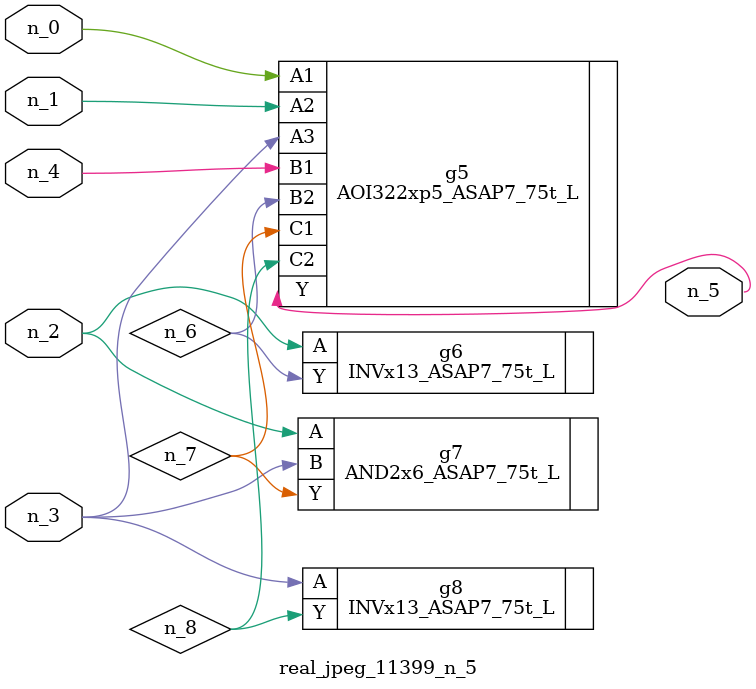
<source format=v>
module real_jpeg_11399_n_5 (n_4, n_0, n_1, n_2, n_3, n_5);

input n_4;
input n_0;
input n_1;
input n_2;
input n_3;

output n_5;

wire n_8;
wire n_6;
wire n_7;

AOI322xp5_ASAP7_75t_L g5 ( 
.A1(n_0),
.A2(n_1),
.A3(n_3),
.B1(n_4),
.B2(n_6),
.C1(n_7),
.C2(n_8),
.Y(n_5)
);

INVx13_ASAP7_75t_L g6 ( 
.A(n_2),
.Y(n_6)
);

AND2x6_ASAP7_75t_L g7 ( 
.A(n_2),
.B(n_3),
.Y(n_7)
);

INVx13_ASAP7_75t_L g8 ( 
.A(n_3),
.Y(n_8)
);


endmodule
</source>
